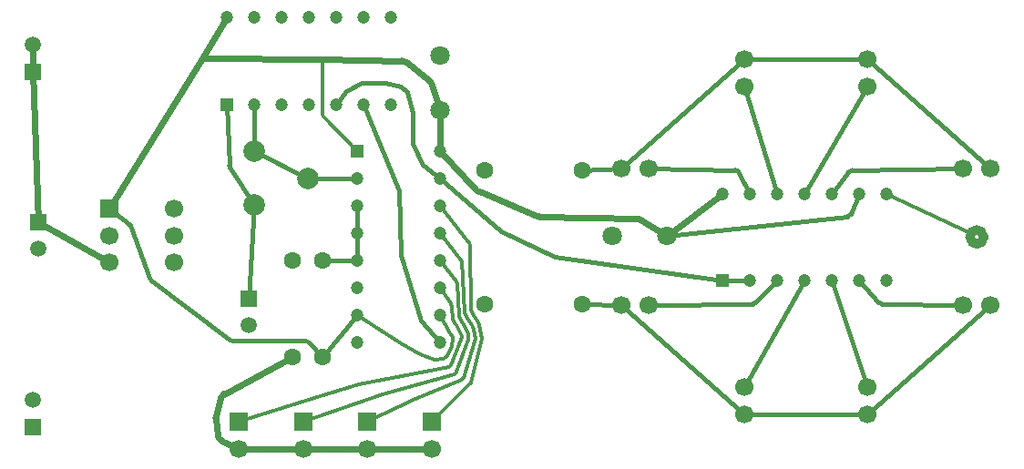
<source format=gtl>
G04*
G04 #@! TF.GenerationSoftware,Altium Limited,Altium Designer,20.2.8 (258)*
G04*
G04 Layer_Physical_Order=1*
G04 Layer_Color=255*
%FSLAX25Y25*%
%MOIN*%
G70*
G04*
G04 #@! TF.SameCoordinates,5E7CCD21-07A0-4AA7-BB04-5DF435F4F0B1*
G04*
G04*
G04 #@! TF.FilePolarity,Positive*
G04*
G01*
G75*
%ADD10C,0.03600*%
%ADD28C,0.01200*%
%ADD29C,0.02400*%
%ADD30C,0.01800*%
%ADD31C,0.04724*%
%ADD32C,0.06299*%
%ADD33C,0.06693*%
%ADD34R,0.06693X0.06693*%
%ADD35R,0.05906X0.05906*%
%ADD36C,0.05906*%
%ADD37C,0.07874*%
%ADD38R,0.04724X0.04724*%
%ADD39R,0.04724X0.04724*%
%ADD40C,0.07087*%
D10*
X358000Y89500D02*
G03*
X358000Y89500I-2500J0D01*
G01*
D28*
X163892Y52004D02*
G03*
X163723Y52921I-1172J257D01*
G01*
X160363Y44936D02*
G03*
X161302Y45562I-118J1194D01*
G01*
X167000Y53193D02*
G03*
X166858Y53764I-1200J5D01*
G01*
X162336Y41872D02*
G03*
X163236Y42638I-227J1178D01*
G01*
X164401Y39333D02*
G03*
X165209Y40087I-323J1156D01*
G01*
X169358Y51735D02*
G03*
X169500Y52301I-1058J566D01*
G01*
X171871Y53821D02*
G03*
X171814Y54113I-1197J-83D01*
G01*
X166972Y37284D02*
G03*
X167666Y38050I-455J1110D01*
G01*
X165271Y72606D02*
G03*
X165020Y73279I-1198J-62D01*
G01*
X170249Y35757D02*
G03*
X170582Y36342I-833J863D01*
G01*
X169500Y53695D02*
G03*
X169360Y54263I-1200J5D01*
G01*
X116000Y134482D02*
G03*
X116339Y133651I1200J5D01*
G01*
X170007Y86592D02*
G03*
X169752Y87316I-1200J-17D01*
G01*
X322500Y105239D02*
X353000Y91000D01*
X163722Y52922D02*
X163723Y52921D01*
X161302Y45562D02*
X163297Y49270D01*
X163446Y49955D02*
X163892Y52004D01*
X163297Y49270D02*
X163446Y49955D01*
X163297Y49270D02*
Y49270D01*
X162918Y54144D02*
X163722Y52922D01*
X144633Y50707D02*
X151770Y46600D01*
X156990Y44599D02*
X160363Y44936D01*
X156990Y44599D02*
X156990D01*
X151770Y46600D02*
X156990Y44599D01*
X128630Y61000D02*
X144633Y50707D01*
X159000Y61000D02*
X162918Y54144D01*
X112961Y30624D02*
X129489Y35537D01*
X129489Y35537D02*
X162336Y41872D01*
X129489Y35537D02*
X129489Y35537D01*
X166857Y53766D02*
X166858Y53764D01*
X162336Y41872D02*
Y41872D01*
X166677Y51956D02*
X167000Y52829D01*
X163236Y42638D02*
X166677Y51956D01*
X109000Y22000D02*
X138017Y31949D01*
X164401Y39333D02*
Y39333D01*
X169500Y53695D02*
X169500Y52301D01*
X165209Y40087D02*
X169358Y51735D01*
X138017Y31949D02*
X164401Y39333D01*
X132500Y22000D02*
X150070Y30353D01*
X150070Y30353D02*
X166972Y37284D01*
X150070Y30353D02*
X150070Y30353D01*
X171654Y51226D02*
X171979Y52300D01*
X167666Y38050D02*
X171654Y51226D01*
X169500Y53695D02*
Y53695D01*
X159000Y81000D02*
X165019Y73281D01*
X165271Y72606D02*
X165945Y60497D01*
X165019Y73281D02*
X165020Y73279D01*
X156000Y22000D02*
X170249Y35757D01*
X174092Y50928D02*
X174432Y52339D01*
X170582Y36342D02*
X174092Y50928D01*
X165065Y57104D02*
X165065Y57104D01*
X165391Y56498D01*
X166857Y53766D01*
X167000Y53193D02*
X167000Y52829D01*
Y52829D02*
Y52829D01*
X167072Y58174D02*
X167608Y57545D01*
X168429Y56007D01*
X169359Y54265D01*
X169360Y54263D01*
X85500Y22000D02*
X112961Y30624D01*
X170736Y57376D02*
X170957Y56706D01*
X171813Y54114D01*
X171814Y54113D01*
X171871Y53821D02*
X171979Y52300D01*
X173224Y58362D02*
Y58362D01*
Y58362D02*
X173449Y57238D01*
X174432Y52339D01*
X163342Y63510D02*
X163674Y59514D01*
X164410Y57768D02*
X165065Y57104D01*
X163674Y59514D02*
X164410Y57768D01*
X165945Y60497D02*
X167072Y58174D01*
X167000Y80500D02*
X168117Y62007D01*
X168760Y60183D02*
X170736Y57376D01*
X168117Y62007D02*
X168760Y60183D01*
X170429Y62999D02*
X171132Y61101D01*
X170007Y86592D02*
X170429Y62999D01*
X171132Y61101D02*
X173224Y58362D01*
X116339Y133651D02*
X128630Y121000D01*
X116000Y134482D02*
Y134487D01*
X115999Y154410D02*
X116000Y134487D01*
X163136Y65209D02*
X163342Y63510D01*
X159000Y71000D02*
X163136Y65209D01*
X159000Y91000D02*
X167000Y80500D01*
X169751Y87317D02*
X169752Y87316D01*
X159000Y101000D02*
X169751Y87317D01*
D29*
X77836Y16813D02*
G03*
X79202Y14940I2381J301D01*
G01*
X77109Y23935D02*
G03*
X77056Y23055I2328J-582D01*
G01*
X79930Y32003D02*
G03*
X78744Y30474I1142J-2111D01*
G01*
X194576Y97179D02*
G03*
X195465Y96992I930J2213D01*
G01*
X156216Y145280D02*
G03*
X155416Y146467I-2300J-686D01*
G01*
X146649Y153481D02*
G03*
X145178Y154011I-1505J-1870D01*
G01*
X79202Y14940D02*
X85500Y12000D01*
X77836Y16816D02*
X77836Y16813D01*
X77056Y23055D02*
X77836Y16816D01*
X79930Y32003D02*
X105000Y45567D01*
X77109Y23935D02*
X78744Y30474D01*
X132500Y12000D02*
X156000D01*
X109000D02*
X132500D01*
X85500D02*
X109000D01*
X115999Y154410D02*
X145177Y154011D01*
X71980Y155012D02*
X115999Y154410D01*
X175064Y105427D02*
X194571Y97181D01*
X172539Y106494D02*
X175064Y105427D01*
X231622Y96386D02*
X242000Y90000D01*
X194571Y97181D02*
X194576Y97179D01*
X195465Y96992D02*
X231622Y96386D01*
X242000Y90000D02*
X262500Y105239D01*
X159000Y121000D02*
X172539Y106494D01*
X159000Y121000D02*
Y136000D01*
X155415Y146468D02*
X155416Y146467D01*
X71980Y155012D02*
X81000Y169739D01*
X38189Y99843D02*
X71980Y155012D01*
X145177Y154011D02*
X145178Y154011D01*
X146649Y153481D02*
X155415Y146468D01*
X156216Y145280D02*
X159000Y136000D01*
X12000Y94847D02*
X38189Y80158D01*
X9971Y149962D02*
X12000Y94847D01*
X9971Y149962D02*
Y159962D01*
D30*
X46169Y93028D02*
G03*
X45608Y93819I-1694J-609D01*
G01*
X52820Y74501D02*
G03*
X53423Y73677I1694J608D01*
G01*
X82013Y51871D02*
G03*
X83108Y51500I1095J1429D01*
G01*
X111033Y50925D02*
G03*
X109714Y51500I-1319J-1225D01*
G01*
X307949Y96890D02*
G03*
X309416Y97979I-191J1790D01*
G01*
X309892Y114011D02*
G03*
X308468Y113283I22J-1800D01*
G01*
X268496Y113034D02*
G03*
X266921Y114017I-1604J-817D01*
G01*
X319479Y65591D02*
G03*
X320795Y64987I1345J1196D01*
G01*
X273273Y64991D02*
G03*
X274517Y65517I-29J1800D01*
G01*
X144009Y106656D02*
G03*
X143871Y107309I-1800J-40D01*
G01*
X81979Y115493D02*
G03*
X82276Y114584I1798J84D01*
G01*
X128630Y91000D02*
Y101000D01*
Y81000D02*
Y91000D01*
X152902Y115878D02*
X159000Y111000D01*
X149000Y123500D02*
Y135000D01*
Y123500D02*
X152902Y115878D01*
X144869Y144443D02*
X147082Y142598D01*
X149000Y135000D01*
X130500Y146000D02*
X139000Y146000D01*
X144869Y144443D01*
X121000Y138000D02*
X124660Y142880D01*
X130500Y146000D01*
X152214Y58755D02*
X159000Y51000D01*
X144009Y106656D02*
X144600Y83003D01*
X152214Y58755D01*
X46169Y93028D02*
X46170Y93027D01*
X52820Y74501D01*
X53423Y73677D02*
X53423Y73677D01*
X82013Y51871D01*
X83108Y51500D02*
X109714D01*
X83108D02*
X83108D01*
X111033Y50925D02*
X111034Y50924D01*
X38189Y99843D02*
X45608Y93819D01*
X111034Y50924D02*
X116000Y45567D01*
X262500Y73500D02*
X272500D01*
X201058Y82398D02*
X262500Y73500D01*
X159000Y111000D02*
X181415Y91477D01*
X201058Y82398D02*
X201058Y82398D01*
X181415Y91477D02*
X201058Y82398D01*
X307945Y96890D02*
X307949Y96890D01*
X242000Y90000D02*
X307945Y96890D01*
X309416Y97979D02*
X312500Y105239D01*
X302500D02*
X308468Y113283D01*
X309892Y114011D02*
X309892Y114011D01*
X350500Y114500D01*
X266920Y114017D02*
X266921Y114017D01*
X235500Y114500D02*
X266920Y114017D01*
X268496Y113034D02*
X272500Y105239D01*
X292500D02*
X315500Y144500D01*
X270500D02*
X282500Y105239D01*
X312500Y73500D02*
X319479Y65591D01*
X320795Y64987D02*
X320795Y64987D01*
X350500Y64500D01*
X302500Y73500D02*
X315500Y34500D01*
X270500D02*
X292500Y73500D01*
X274517Y65517D02*
X282500Y73500D01*
X273268Y64991D02*
X273273Y64991D01*
X235500Y64500D02*
X273268Y64991D01*
X315500Y24500D02*
X360500Y64500D01*
X270500Y24500D02*
X315500D01*
X225500Y64500D02*
X270500Y24500D01*
X211000Y65000D02*
X225500Y64500D01*
X315500Y154500D02*
X360500Y114500D01*
X270500Y154500D02*
X315500D01*
X225500Y114500D02*
X270500Y154500D01*
X211000Y114000D02*
X225500Y114500D01*
X143869Y107312D02*
X143871Y107309D01*
X131000Y138000D02*
X143869Y107312D01*
X116000Y45567D02*
X128630Y61000D01*
X116000Y81000D02*
X128630D01*
X82276Y114584D02*
X91200Y101100D01*
X89000Y66847D02*
X91200Y101100D01*
X81978Y115499D02*
X81978Y115493D01*
X81000Y138000D02*
X81978Y115499D01*
X91000Y138000D02*
X91200Y120900D01*
X110800Y111000D01*
X128630D01*
D31*
X81000Y169739D02*
D03*
X159000Y121000D02*
D03*
X262500Y105239D02*
D03*
X141000Y169739D02*
D03*
X131000D02*
D03*
X121000D02*
D03*
X111000D02*
D03*
X101000D02*
D03*
X91000D02*
D03*
X141000Y138000D02*
D03*
X131000D02*
D03*
X121000D02*
D03*
X111000D02*
D03*
X101000D02*
D03*
X91000D02*
D03*
X128630Y111000D02*
D03*
Y101000D02*
D03*
Y91000D02*
D03*
Y81000D02*
D03*
Y71000D02*
D03*
Y61000D02*
D03*
Y51000D02*
D03*
X159000Y111000D02*
D03*
Y101000D02*
D03*
Y91000D02*
D03*
Y81000D02*
D03*
Y71000D02*
D03*
Y61000D02*
D03*
Y51000D02*
D03*
X322500Y105239D02*
D03*
X312500D02*
D03*
X302500D02*
D03*
X292500D02*
D03*
X282500D02*
D03*
X272500D02*
D03*
X322500Y73500D02*
D03*
X312500D02*
D03*
X302500D02*
D03*
X292500D02*
D03*
X282500D02*
D03*
X272500D02*
D03*
D32*
X211000Y114000D02*
D03*
X175567D02*
D03*
Y65000D02*
D03*
X211000D02*
D03*
X105000Y45567D02*
D03*
Y81000D02*
D03*
X116000D02*
D03*
Y45567D02*
D03*
D33*
X61811Y99843D02*
D03*
Y90000D02*
D03*
Y80158D02*
D03*
X38189Y90000D02*
D03*
Y80158D02*
D03*
X270500Y34500D02*
D03*
Y24500D02*
D03*
X315500Y34500D02*
D03*
Y24500D02*
D03*
X350500Y64500D02*
D03*
X360500D02*
D03*
X350500Y114500D02*
D03*
X360500D02*
D03*
X315500Y144500D02*
D03*
Y154500D02*
D03*
X270500Y144500D02*
D03*
Y154500D02*
D03*
X235500Y114500D02*
D03*
X225500D02*
D03*
X235500Y64500D02*
D03*
X225500D02*
D03*
X85500Y12000D02*
D03*
X109000D02*
D03*
X132500D02*
D03*
X156000D02*
D03*
D34*
X38189Y99843D02*
D03*
X85500Y22000D02*
D03*
X109000D02*
D03*
X132500D02*
D03*
X156000D02*
D03*
D35*
X12000Y94847D02*
D03*
X9971Y19962D02*
D03*
Y149962D02*
D03*
X89000Y66847D02*
D03*
D36*
X12000Y85153D02*
D03*
X9971Y29962D02*
D03*
Y159962D02*
D03*
X89000Y57153D02*
D03*
D37*
X91200Y101100D02*
D03*
X110800Y111000D02*
D03*
X91200Y120900D02*
D03*
D38*
X81000Y138000D02*
D03*
X262500Y73500D02*
D03*
D39*
X128630Y121000D02*
D03*
D40*
X242000Y90000D02*
D03*
X222000D02*
D03*
X159000Y136000D02*
D03*
Y156000D02*
D03*
M02*

</source>
